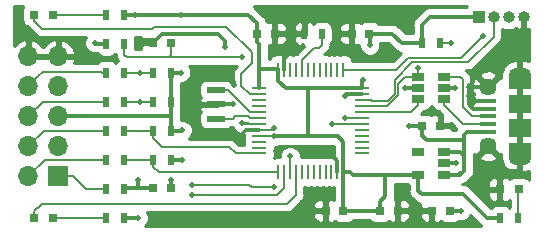
<source format=gbr>
G04 #@! TF.GenerationSoftware,KiCad,Pcbnew,(5.0-dev-4069-g322ce84fb)*
G04 #@! TF.CreationDate,2018-04-09T14:07:30+08:00*
G04 #@! TF.ProjectId,ZZQDap,5A5A514461702E6B696361645F706362,rev?*
G04 #@! TF.SameCoordinates,Original*
G04 #@! TF.FileFunction,Copper,L1,Top,Signal*
G04 #@! TF.FilePolarity,Positive*
%FSLAX46Y46*%
G04 Gerber Fmt 4.6, Leading zero omitted, Abs format (unit mm)*
G04 Created by KiCad (PCBNEW (5.0-dev-4069-g322ce84fb)) date 04/09/18 14:07:30*
%MOMM*%
%LPD*%
G01*
G04 APERTURE LIST*
%ADD10R,0.800000X0.750000*%
%ADD11R,0.800000X0.800000*%
%ADD12R,1.900000X1.200000*%
%ADD13O,1.900000X1.200000*%
%ADD14R,1.900000X1.500000*%
%ADD15C,1.450000*%
%ADD16R,1.350000X0.400000*%
%ADD17O,1.700000X1.700000*%
%ADD18R,1.700000X1.700000*%
%ADD19O,1.000000X1.000000*%
%ADD20R,1.000000X1.000000*%
%ADD21R,0.500000X0.900000*%
%ADD22R,1.060000X0.650000*%
%ADD23R,0.250000X1.300000*%
%ADD24R,1.300000X0.250000*%
%ADD25R,1.600000X0.500000*%
%ADD26C,0.500000*%
%ADD27C,0.380000*%
%ADD28C,0.300000*%
%ADD29C,0.350000*%
%ADD30C,0.152000*%
%ADD31C,0.200000*%
%ADD32C,0.254000*%
G04 APERTURE END LIST*
D10*
X136050000Y-118000000D03*
X137550000Y-118000000D03*
X133150000Y-118000000D03*
X131650000Y-118000000D03*
X135250000Y-110800000D03*
X136750000Y-110800000D03*
X113950000Y-103800000D03*
X112450000Y-103800000D03*
X130750000Y-103000000D03*
X129250000Y-103000000D03*
X122750000Y-103000000D03*
X121250000Y-103000000D03*
X112450000Y-116077852D03*
X113950000Y-116077852D03*
X127050000Y-118000000D03*
X128550000Y-118000000D03*
D11*
X102400000Y-101400000D03*
X104000000Y-101400000D03*
X104000000Y-118600000D03*
X102400000Y-118600000D03*
X141800000Y-116200000D03*
X143400000Y-116200000D03*
D12*
X143500000Y-112900000D03*
X143500000Y-107100000D03*
D13*
X143500000Y-106500000D03*
X143500000Y-113500000D03*
D14*
X143500000Y-111000000D03*
D15*
X140800000Y-107500000D03*
D16*
X140800000Y-110000000D03*
X140800000Y-109350000D03*
X140800000Y-108700000D03*
X140800000Y-111300000D03*
X140800000Y-110650000D03*
D15*
X140800000Y-112500000D03*
D14*
X143500000Y-109000000D03*
D17*
X101860000Y-104920000D03*
X104400000Y-104920000D03*
X101860000Y-107460000D03*
X104400000Y-107460000D03*
X101860000Y-110000000D03*
X104400000Y-110000000D03*
X101860000Y-112540000D03*
X104400000Y-112540000D03*
X101860000Y-115080000D03*
D18*
X104400000Y-115080000D03*
D19*
X143810000Y-101600000D03*
X142540000Y-101600000D03*
X141270000Y-101600000D03*
D20*
X140000000Y-101600000D03*
D21*
X108500000Y-116142852D03*
X110000000Y-116142852D03*
X110000000Y-101400000D03*
X108500000Y-101400000D03*
X108500000Y-118600000D03*
X110000000Y-118600000D03*
X141850000Y-118600000D03*
X143350000Y-118600000D03*
X110000000Y-113685710D03*
X108500000Y-113685710D03*
X110000000Y-111228568D03*
X108500000Y-111228568D03*
X108500000Y-108771426D03*
X110000000Y-108771426D03*
X110000000Y-106314284D03*
X108500000Y-106314284D03*
X112450000Y-113685710D03*
X113950000Y-113685710D03*
X113950000Y-111228568D03*
X112450000Y-111228568D03*
X112450000Y-108771426D03*
X113950000Y-108771426D03*
X113950000Y-106314284D03*
X112450000Y-106314284D03*
X136750000Y-103800000D03*
X135250000Y-103800000D03*
X108500000Y-103857142D03*
X110000000Y-103857142D03*
X125250000Y-103000000D03*
X126750000Y-103000000D03*
D22*
X134900000Y-114950000D03*
X134900000Y-113050000D03*
X137100000Y-113050000D03*
X137100000Y-114000000D03*
X137100000Y-114950000D03*
X134900000Y-107600000D03*
X134900000Y-108550000D03*
X134900000Y-106650000D03*
X137100000Y-106650000D03*
X137100000Y-107600000D03*
X137100000Y-108550000D03*
D23*
X123050000Y-106050000D03*
X123550000Y-106050000D03*
X124050000Y-106050000D03*
X124550000Y-106050000D03*
X125050000Y-106050000D03*
X125550000Y-106050000D03*
X126050000Y-106050000D03*
X126550000Y-106050000D03*
X127050000Y-106050000D03*
X127550000Y-106050000D03*
X128050000Y-106050000D03*
X128550000Y-106050000D03*
D24*
X130150000Y-107650000D03*
X130150000Y-108150000D03*
X130150000Y-108650000D03*
X130150000Y-109150000D03*
X130150000Y-109650000D03*
X130150000Y-110150000D03*
X130150000Y-110650000D03*
X130150000Y-111150000D03*
X130150000Y-111650000D03*
X130150000Y-112150000D03*
X130150000Y-112650000D03*
X130150000Y-113150000D03*
D23*
X128550000Y-114750000D03*
X128050000Y-114750000D03*
X127550000Y-114750000D03*
X127050000Y-114750000D03*
X126550000Y-114750000D03*
X126050000Y-114750000D03*
X125550000Y-114750000D03*
X125050000Y-114750000D03*
X124550000Y-114750000D03*
X124050000Y-114750000D03*
X123550000Y-114750000D03*
X123050000Y-114750000D03*
D24*
X121450000Y-113150000D03*
X121450000Y-112650000D03*
X121450000Y-112150000D03*
X121450000Y-111650000D03*
X121450000Y-111150000D03*
X121450000Y-110650000D03*
X121450000Y-110150000D03*
X121450000Y-109650000D03*
X121450000Y-109150000D03*
X121450000Y-108650000D03*
X121450000Y-108150000D03*
X121450000Y-107650000D03*
D25*
X117800000Y-110200000D03*
X117800000Y-109000000D03*
X117800000Y-107800000D03*
D26*
X118500000Y-104100000D03*
X126000000Y-118000000D03*
X124000000Y-104600000D03*
X128700000Y-108250010D03*
X130800000Y-104000000D03*
X130200000Y-106900000D03*
X127100000Y-113400000D03*
X114000000Y-115400000D03*
X114800000Y-101400000D03*
X114800000Y-106300000D03*
X111400000Y-103800000D03*
X127600000Y-110650000D03*
X128700000Y-110150000D03*
X119300000Y-107400000D03*
X107500000Y-103800000D03*
X110900000Y-101400000D03*
X111302389Y-106340010D03*
X122700000Y-116000000D03*
X115700000Y-116700000D03*
X115700000Y-115800000D03*
X114900000Y-113700000D03*
X114900000Y-111200000D03*
X124050000Y-113400000D03*
X111300000Y-108800000D03*
X138400000Y-114900000D03*
X138500000Y-118000000D03*
X139200000Y-108300000D03*
X139200000Y-107500000D03*
X137700000Y-103800000D03*
X134900000Y-105900000D03*
X140400000Y-103200000D03*
X134100000Y-110800000D03*
X137800000Y-110800000D03*
X122700000Y-111700000D03*
X122700000Y-111000000D03*
X119200000Y-109000000D03*
X120000000Y-105000000D03*
X120000000Y-110600000D03*
X138100000Y-114000000D03*
X138047979Y-107600000D03*
X111200000Y-118600000D03*
X111200000Y-115400000D03*
X133800000Y-107600000D03*
D27*
X118500000Y-103600000D02*
X118500000Y-104000000D01*
X117934999Y-103034999D02*
X118500000Y-103600000D01*
X112722997Y-103550001D02*
X113237999Y-103034999D01*
X113237999Y-103034999D02*
X117934999Y-103034999D01*
X111400000Y-103800000D02*
X111649999Y-103550001D01*
X111649999Y-103550001D02*
X112722997Y-103550001D01*
D28*
X127050000Y-118000000D02*
X126000000Y-118000000D01*
X125600000Y-108800000D02*
X125600000Y-111700000D01*
X125600000Y-108500000D02*
X125600000Y-108800000D01*
X123700000Y-107650000D02*
X125600000Y-107650000D01*
X125600000Y-107650000D02*
X126600000Y-107650000D01*
X125600000Y-108800000D02*
X125600000Y-107650000D01*
X126600000Y-107650000D02*
X126450000Y-107650000D01*
X130150000Y-107650000D02*
X126600000Y-107650000D01*
X123050000Y-106050000D02*
X123050000Y-107000000D01*
X123050000Y-107000000D02*
X123700000Y-107650000D01*
X125600000Y-111700000D02*
X122700000Y-111700000D01*
X128100000Y-111700000D02*
X125600000Y-111700000D01*
X128550000Y-112150000D02*
X128100000Y-111700000D01*
X128550000Y-114750000D02*
X128550000Y-112150000D01*
X130800000Y-104000000D02*
X130800000Y-103050000D01*
X130800000Y-103050000D02*
X130750000Y-103000000D01*
X130150000Y-107650000D02*
X130150000Y-106950000D01*
X130150000Y-106950000D02*
X130200000Y-106900000D01*
X130150000Y-108150000D02*
X128750000Y-108150000D01*
D27*
X129250000Y-103000000D02*
X129250000Y-102245000D01*
X129250000Y-102245000D02*
X128805000Y-101800000D01*
X128805000Y-101800000D02*
X125620000Y-101800000D01*
X125620000Y-101800000D02*
X125250000Y-102170000D01*
X125250000Y-102170000D02*
X125250000Y-103000000D01*
D28*
X127650000Y-113400000D02*
X127200000Y-113400000D01*
X128050000Y-114750000D02*
X128050000Y-113800000D01*
X128050000Y-113800000D02*
X127650000Y-113400000D01*
D27*
X113950000Y-116077852D02*
X113950000Y-115450000D01*
X113950000Y-115450000D02*
X114000000Y-115400000D01*
D29*
X132100000Y-114950000D02*
X129350000Y-114950000D01*
X134900000Y-114950000D02*
X132100000Y-114950000D01*
D27*
X131650000Y-118000000D02*
X131650000Y-117245000D01*
X131650000Y-117245000D02*
X132100000Y-116795000D01*
X132100000Y-116795000D02*
X132100000Y-114950000D01*
X131650000Y-118000000D02*
X128550000Y-118000000D01*
D28*
X116300000Y-101400000D02*
X114900000Y-101400000D01*
X120500000Y-101400000D02*
X116300000Y-101400000D01*
X114800000Y-101400000D02*
X116300000Y-101400000D01*
X114900000Y-101400000D02*
X110900000Y-101400000D01*
X113950000Y-106314284D02*
X114785716Y-106314284D01*
X114785716Y-106314284D02*
X114800000Y-106300000D01*
X112450000Y-103800000D02*
X111400000Y-103800000D01*
D30*
X112506973Y-102433989D02*
X118633989Y-102433989D01*
X118633989Y-102433989D02*
X120800000Y-104600000D01*
X120800000Y-105500000D02*
X119900000Y-106400000D01*
X120648000Y-108150000D02*
X121450000Y-108150000D01*
X119900000Y-106400000D02*
X119900000Y-107402000D01*
X102400000Y-101400000D02*
X102400000Y-101952000D01*
X119900000Y-107402000D02*
X120648000Y-108150000D01*
X103048000Y-102600000D02*
X112340962Y-102600000D01*
X120800000Y-104600000D02*
X120800000Y-105500000D01*
X112340962Y-102600000D02*
X112506973Y-102433989D01*
X102400000Y-101952000D02*
X103048000Y-102600000D01*
X130150000Y-110650000D02*
X129348000Y-110650000D01*
X129348000Y-110650000D02*
X127600000Y-110650000D01*
X130150000Y-110150000D02*
X128700000Y-110150000D01*
D28*
X119300000Y-107100000D02*
X119300000Y-107400000D01*
X119100000Y-106900000D02*
X119300000Y-107100000D01*
X116600000Y-106900000D02*
X119100000Y-106900000D01*
X116300000Y-107200000D02*
X116600000Y-106900000D01*
X116300000Y-109000000D02*
X116300000Y-107200000D01*
X116300000Y-109000000D02*
X116300000Y-111200000D01*
X117800000Y-109000000D02*
X116300000Y-109000000D01*
X116300000Y-111200000D02*
X116700000Y-111600000D01*
X116700000Y-111600000D02*
X119900000Y-111600000D01*
X119900000Y-111600000D02*
X120350000Y-111150000D01*
X120350000Y-111150000D02*
X121450000Y-111150000D01*
D27*
X124000000Y-103000000D02*
X125250000Y-103000000D01*
X122750000Y-103000000D02*
X124000000Y-103000000D01*
D28*
X124000000Y-104650000D02*
X124000000Y-103000000D01*
X123550000Y-106050000D02*
X123550000Y-105100000D01*
X123550000Y-105100000D02*
X124000000Y-104650000D01*
D27*
X120500000Y-101400000D02*
X121250000Y-102150000D01*
X121250000Y-102150000D02*
X121250000Y-103000000D01*
X121400000Y-106000000D02*
X121400000Y-107600000D01*
X121400000Y-103905000D02*
X121400000Y-106000000D01*
X121400000Y-106000000D02*
X123000000Y-106000000D01*
X121250000Y-103000000D02*
X121250000Y-103755000D01*
X121250000Y-103755000D02*
X121400000Y-103905000D01*
X108500000Y-103857142D02*
X107557142Y-103857142D01*
X107557142Y-103857142D02*
X107500000Y-103800000D01*
X110000000Y-101400000D02*
X110900000Y-101400000D01*
X113950000Y-109900000D02*
X113950000Y-111228568D01*
X113950000Y-108771426D02*
X113950000Y-109900000D01*
X113950000Y-109900000D02*
X113850000Y-110000000D01*
X113850000Y-110000000D02*
X104400000Y-110000000D01*
D30*
X110000000Y-106314284D02*
X111276663Y-106314284D01*
X111276663Y-106314284D02*
X111302389Y-106340010D01*
X112450000Y-106314284D02*
X111328115Y-106314284D01*
X111328115Y-106314284D02*
X111302389Y-106340010D01*
X121800000Y-116000000D02*
X122200000Y-116000000D01*
X120800000Y-116000000D02*
X121800000Y-116000000D01*
X122700000Y-116000000D02*
X121800000Y-116000000D01*
X115700000Y-116700000D02*
X122600000Y-116700000D01*
X123500000Y-116100000D02*
X122900000Y-116700000D01*
X122900000Y-116700000D02*
X122600000Y-116700000D01*
X123500000Y-115602000D02*
X123500000Y-116100000D01*
X123550000Y-114750000D02*
X123550000Y-115552000D01*
X123550000Y-115552000D02*
X123500000Y-115602000D01*
X120600000Y-115800000D02*
X120800000Y-116000000D01*
X115700000Y-115800000D02*
X120600000Y-115800000D01*
D27*
X114900000Y-113700000D02*
X113964290Y-113700000D01*
X113964290Y-113700000D02*
X113950000Y-113685710D01*
X113950000Y-111228568D02*
X114871432Y-111228568D01*
X114871432Y-111228568D02*
X114900000Y-111200000D01*
X113950000Y-106314284D02*
X113950000Y-108771426D01*
D30*
X124050000Y-114750000D02*
X124050000Y-113400000D01*
X111300000Y-108800000D02*
X110028574Y-108800000D01*
X110028574Y-108800000D02*
X110000000Y-108771426D01*
X111300000Y-108800000D02*
X112421426Y-108800000D01*
X112421426Y-108800000D02*
X112450000Y-108771426D01*
D27*
X143500000Y-112900000D02*
X143500000Y-107100000D01*
X142620000Y-114600000D02*
X143380000Y-114600000D01*
X143380000Y-114600000D02*
X143500000Y-114480000D01*
X143500000Y-114480000D02*
X143500000Y-113500000D01*
X141800000Y-116200000D02*
X141800000Y-115420000D01*
X141800000Y-115420000D02*
X142620000Y-114600000D01*
X135200000Y-116600000D02*
X134900000Y-116300000D01*
X134900000Y-116300000D02*
X134900000Y-114950000D01*
X138700000Y-116600000D02*
X135200000Y-116600000D01*
X140700000Y-118600000D02*
X138700000Y-116600000D01*
X141850000Y-118600000D02*
X140700000Y-118600000D01*
D28*
X128550000Y-114750000D02*
X128975000Y-114750000D01*
X128975000Y-114750000D02*
X129150000Y-114750000D01*
D27*
X133500000Y-103800000D02*
X132700000Y-103000000D01*
X132700000Y-103000000D02*
X130750000Y-103000000D01*
X135250000Y-103800000D02*
X133500000Y-103800000D01*
D30*
X103048000Y-117400000D02*
X123800000Y-117400000D01*
X102400000Y-118048000D02*
X103048000Y-117400000D01*
X123800000Y-117400000D02*
X124550000Y-116650000D01*
X124550000Y-116650000D02*
X124550000Y-114750000D01*
X134000000Y-105100000D02*
X138200000Y-105100000D01*
X140400000Y-103200000D02*
X138500000Y-105100000D01*
X138500000Y-105100000D02*
X138200000Y-105100000D01*
X123050000Y-114750000D02*
X112912290Y-114750000D01*
X112912290Y-114750000D02*
X112450000Y-114287710D01*
X112450000Y-114287710D02*
X112450000Y-113685710D01*
X118900000Y-112600000D02*
X119450000Y-113150000D01*
X119450000Y-113150000D02*
X121450000Y-113150000D01*
X113219432Y-112600000D02*
X118900000Y-112600000D01*
X112450000Y-111228568D02*
X112450000Y-111830568D01*
X112450000Y-111830568D02*
X113219432Y-112600000D01*
X136750000Y-103800000D02*
X137700000Y-103800000D01*
X134900000Y-106650000D02*
X134900000Y-105900000D01*
D27*
X135900000Y-101600000D02*
X135250000Y-102250000D01*
X140000000Y-101600000D02*
X135900000Y-101600000D01*
X135250000Y-102250000D02*
X135250000Y-103800000D01*
X135250000Y-110800000D02*
X134100000Y-110800000D01*
X136750000Y-110800000D02*
X137800000Y-110800000D01*
X135600000Y-112000000D02*
X135250000Y-111650000D01*
X135250000Y-111650000D02*
X135250000Y-110800000D01*
X138800000Y-112000000D02*
X138800000Y-111555000D01*
X138800000Y-113400000D02*
X138800000Y-112000000D01*
X138800000Y-112000000D02*
X135600000Y-112000000D01*
X138400000Y-118000000D02*
X137550000Y-118000000D01*
D29*
X129350000Y-114950000D02*
X129150000Y-114750000D01*
D28*
X128550000Y-114750000D02*
X128550000Y-115700000D01*
X128550000Y-115700000D02*
X128550000Y-118000000D01*
D31*
X122700000Y-111650000D02*
X121500000Y-111650000D01*
X121500000Y-111600000D02*
X121450000Y-111650000D01*
X122700000Y-111000000D02*
X122550000Y-111150000D01*
X122550000Y-111150000D02*
X121450000Y-111150000D01*
D27*
X117800000Y-109000000D02*
X119197542Y-109000000D01*
X119197542Y-109000000D02*
X119198771Y-109001229D01*
D30*
X118200000Y-105000000D02*
X119200000Y-105000000D01*
X113400000Y-105000000D02*
X118200000Y-105000000D01*
X120000000Y-105000000D02*
X118200000Y-105000000D01*
X120550000Y-110650000D02*
X121400000Y-110650000D01*
X120000000Y-110650000D02*
X120550000Y-110650000D01*
X120000000Y-110600000D02*
X120500000Y-110600000D01*
X120500000Y-110600000D02*
X120550000Y-110650000D01*
X121400000Y-110600000D02*
X121448999Y-110648999D01*
X120000000Y-110600000D02*
X120400000Y-110600000D01*
X113400000Y-105000000D02*
X113800000Y-105000000D01*
X110200000Y-105000000D02*
X113400000Y-105000000D01*
D27*
X137100000Y-114000000D02*
X138119990Y-114000000D01*
D28*
X139200000Y-107600000D02*
X139200000Y-107400000D01*
X140800000Y-107500000D02*
X139300000Y-107500000D01*
X139300000Y-107500000D02*
X139200000Y-107400000D01*
X139200000Y-109000000D02*
X139200000Y-107600000D01*
X140800000Y-108700000D02*
X139825000Y-108700000D01*
X139825000Y-108700000D02*
X139200000Y-108075000D01*
X139200000Y-108075000D02*
X139200000Y-107600000D01*
X140800000Y-109350000D02*
X139550000Y-109350000D01*
X139550000Y-109350000D02*
X139200000Y-109000000D01*
D27*
X137100000Y-107600000D02*
X138047979Y-107600000D01*
X104400000Y-104920000D02*
X101860000Y-104920000D01*
X138800000Y-111555000D02*
X139055000Y-111300000D01*
X138800000Y-114600000D02*
X138450000Y-114950000D01*
X138450000Y-114950000D02*
X137100000Y-114950000D01*
X138800000Y-113400000D02*
X138800000Y-114600000D01*
X138450000Y-113050000D02*
X138800000Y-113400000D01*
X137100000Y-113050000D02*
X138450000Y-113050000D01*
D28*
X140800000Y-111300000D02*
X139055000Y-111300000D01*
D27*
X137100000Y-113050000D02*
X137305000Y-113050000D01*
X139055000Y-111300000D02*
X139692998Y-111300000D01*
X111200000Y-118600000D02*
X110000000Y-118600000D01*
X111200000Y-116077852D02*
X110065000Y-116077852D01*
X112450000Y-116077852D02*
X111200000Y-116077852D01*
X111200000Y-115400000D02*
X111200000Y-115753553D01*
X111200000Y-115753553D02*
X111200000Y-116077852D01*
X134900000Y-107600000D02*
X133800000Y-107600000D01*
X110065000Y-116077852D02*
X110000000Y-116142852D01*
D30*
X110000000Y-104800000D02*
X110200000Y-105000000D01*
X110000000Y-103857142D02*
X110000000Y-104800000D01*
X113800000Y-105000000D02*
X113950000Y-104850000D01*
X113950000Y-104850000D02*
X113950000Y-103800000D01*
X108500000Y-101400000D02*
X104000000Y-101400000D01*
X108500000Y-118600000D02*
X108098000Y-118600000D01*
X108098000Y-118600000D02*
X104000000Y-118600000D01*
X102400000Y-118600000D02*
X102400000Y-118048000D01*
X102400000Y-118048000D02*
X102848000Y-117600000D01*
X143350000Y-118600000D02*
X143350000Y-116250000D01*
X143350000Y-116250000D02*
X143400000Y-116200000D01*
X138673989Y-109217880D02*
X138673989Y-106873989D01*
X138673989Y-106873989D02*
X138450000Y-106650000D01*
X137782000Y-106650000D02*
X137100000Y-106650000D01*
X138450000Y-106650000D02*
X137782000Y-106650000D01*
X139456109Y-110000000D02*
X138673989Y-109217880D01*
X140800000Y-110000000D02*
X139456109Y-110000000D01*
X140800000Y-110650000D02*
X138723000Y-110650000D01*
X138723000Y-110650000D02*
X137100000Y-109027000D01*
X137100000Y-109027000D02*
X137100000Y-108550000D01*
X108500000Y-106314284D02*
X108098000Y-106314284D01*
X108098000Y-106314284D02*
X108017715Y-106233999D01*
X108017715Y-106233999D02*
X103086001Y-106233999D01*
X103086001Y-106233999D02*
X102709999Y-106610001D01*
X102709999Y-106610001D02*
X101860000Y-107460000D01*
X108500000Y-108771426D02*
X103088574Y-108771426D01*
X103088574Y-108771426D02*
X101860000Y-110000000D01*
X108500000Y-111228568D02*
X103171432Y-111228568D01*
X103171432Y-111228568D02*
X101860000Y-112540000D01*
X108500000Y-113685710D02*
X103254290Y-113685710D01*
X103254290Y-113685710D02*
X101860000Y-115080000D01*
X106742852Y-116142852D02*
X105680000Y-115080000D01*
X105680000Y-115080000D02*
X104400000Y-115080000D01*
X108500000Y-116142852D02*
X106742852Y-116142852D01*
X133050000Y-106050000D02*
X134000000Y-105100000D01*
X128550000Y-106050000D02*
X133050000Y-106050000D01*
X132300000Y-108700000D02*
X132900000Y-108100000D01*
X132900000Y-108100000D02*
X132900000Y-106900000D01*
X132900000Y-106900000D02*
X134395989Y-105404011D01*
X139125926Y-105404010D02*
X141270000Y-103259936D01*
X141270000Y-102307106D02*
X141270000Y-101600000D01*
X134395989Y-105404011D02*
X139125926Y-105404010D01*
X131002000Y-108700000D02*
X132300000Y-108700000D01*
X130952000Y-108650000D02*
X131002000Y-108700000D01*
X130150000Y-108650000D02*
X130952000Y-108650000D01*
X141270000Y-103259936D02*
X141270000Y-102307106D01*
X112450000Y-113685710D02*
X112048000Y-113685710D01*
X112048000Y-113685710D02*
X110000000Y-113685710D01*
X112450000Y-111228568D02*
X110000000Y-111228568D01*
X130150000Y-109150000D02*
X132279936Y-109150000D01*
X132279936Y-109150000D02*
X133204011Y-108225925D01*
X133204011Y-108225925D02*
X133204011Y-107245989D01*
X133204011Y-107245989D02*
X133800000Y-106650000D01*
X134218000Y-106650000D02*
X134900000Y-106650000D01*
X133800000Y-106650000D02*
X134218000Y-106650000D01*
X126500000Y-104200000D02*
X126750000Y-103950000D01*
X126750000Y-103950000D02*
X126750000Y-103000000D01*
X126098000Y-104200000D02*
X126500000Y-104200000D01*
X125050000Y-106050000D02*
X125050000Y-105248000D01*
X125050000Y-105248000D02*
X126098000Y-104200000D01*
X130150000Y-109650000D02*
X134277000Y-109650000D01*
X134277000Y-109650000D02*
X134900000Y-109027000D01*
X134900000Y-109027000D02*
X134900000Y-108550000D01*
X119400000Y-110000000D02*
X119200000Y-110200000D01*
X119200000Y-110200000D02*
X117800000Y-110200000D01*
X120498000Y-110000000D02*
X119400000Y-110000000D01*
X121450000Y-110150000D02*
X120648000Y-110150000D01*
X120648000Y-110150000D02*
X120498000Y-110000000D01*
X120648000Y-109650000D02*
X118798000Y-107800000D01*
X121450000Y-109650000D02*
X120648000Y-109650000D01*
X118798000Y-107800000D02*
X117800000Y-107800000D01*
D32*
G36*
X134075000Y-115841596D02*
X134075000Y-116218752D01*
X134058839Y-116300000D01*
X134075000Y-116381247D01*
X134075000Y-116381250D01*
X134122868Y-116621898D01*
X134305209Y-116894791D01*
X134374092Y-116940817D01*
X134559184Y-117125909D01*
X134605209Y-117194791D01*
X134878101Y-117377132D01*
X135051097Y-117411543D01*
X135015000Y-117498690D01*
X135015000Y-117714250D01*
X135173750Y-117873000D01*
X135923000Y-117873000D01*
X135923000Y-117853000D01*
X136177000Y-117853000D01*
X136177000Y-117873000D01*
X136197000Y-117873000D01*
X136197000Y-118127000D01*
X136177000Y-118127000D01*
X136177000Y-118851250D01*
X136335750Y-119010000D01*
X136576309Y-119010000D01*
X136809698Y-118913327D01*
X136810898Y-118912127D01*
X136902235Y-118973157D01*
X137150000Y-119022440D01*
X137950000Y-119022440D01*
X138197765Y-118973157D01*
X138329700Y-118885000D01*
X138676037Y-118885000D01*
X139001312Y-118750267D01*
X139250267Y-118501312D01*
X139304253Y-118370979D01*
X140059186Y-119125913D01*
X140105209Y-119194791D01*
X140174087Y-119240814D01*
X140174089Y-119240816D01*
X140247698Y-119290000D01*
X111761579Y-119290000D01*
X111950267Y-119101312D01*
X112085000Y-118776037D01*
X112085000Y-118423963D01*
X112027751Y-118285750D01*
X126015000Y-118285750D01*
X126015000Y-118501310D01*
X126111673Y-118734699D01*
X126290302Y-118913327D01*
X126523691Y-119010000D01*
X126764250Y-119010000D01*
X126923000Y-118851250D01*
X126923000Y-118127000D01*
X126173750Y-118127000D01*
X126015000Y-118285750D01*
X112027751Y-118285750D01*
X111955367Y-118111000D01*
X123729979Y-118111000D01*
X123800000Y-118124928D01*
X123870021Y-118111000D01*
X123870026Y-118111000D01*
X124077418Y-118069747D01*
X124312602Y-117912602D01*
X124352269Y-117853236D01*
X124706815Y-117498690D01*
X126015000Y-117498690D01*
X126015000Y-117714250D01*
X126173750Y-117873000D01*
X126923000Y-117873000D01*
X126923000Y-117148750D01*
X126764250Y-116990000D01*
X126523691Y-116990000D01*
X126290302Y-117086673D01*
X126111673Y-117265301D01*
X126015000Y-117498690D01*
X124706815Y-117498690D01*
X125003240Y-117202266D01*
X125062601Y-117162602D01*
X125102265Y-117103241D01*
X125102268Y-117103238D01*
X125206821Y-116946763D01*
X125219747Y-116927418D01*
X125261000Y-116720026D01*
X125261000Y-116720022D01*
X125274928Y-116650001D01*
X125261000Y-116579980D01*
X125261000Y-116030334D01*
X125300000Y-116022576D01*
X125425000Y-116047440D01*
X125675000Y-116047440D01*
X125800000Y-116022576D01*
X125925000Y-116047440D01*
X126175000Y-116047440D01*
X126300000Y-116022576D01*
X126425000Y-116047440D01*
X126675000Y-116047440D01*
X126800000Y-116022576D01*
X126925000Y-116047440D01*
X127175000Y-116047440D01*
X127300000Y-116022576D01*
X127425000Y-116047440D01*
X127675000Y-116047440D01*
X127765000Y-116029538D01*
X127765001Y-117068159D01*
X127576309Y-116990000D01*
X127335750Y-116990000D01*
X127177000Y-117148750D01*
X127177000Y-117873000D01*
X127197000Y-117873000D01*
X127197000Y-118127000D01*
X127177000Y-118127000D01*
X127177000Y-118851250D01*
X127335750Y-119010000D01*
X127576309Y-119010000D01*
X127809698Y-118913327D01*
X127810898Y-118912127D01*
X127902235Y-118973157D01*
X128150000Y-119022440D01*
X128950000Y-119022440D01*
X129197765Y-118973157D01*
X129407809Y-118832809D01*
X129413027Y-118825000D01*
X130786973Y-118825000D01*
X130792191Y-118832809D01*
X131002235Y-118973157D01*
X131250000Y-119022440D01*
X132050000Y-119022440D01*
X132297765Y-118973157D01*
X132389102Y-118912127D01*
X132390302Y-118913327D01*
X132623691Y-119010000D01*
X132864250Y-119010000D01*
X133023000Y-118851250D01*
X133023000Y-118127000D01*
X133277000Y-118127000D01*
X133277000Y-118851250D01*
X133435750Y-119010000D01*
X133676309Y-119010000D01*
X133909698Y-118913327D01*
X134088327Y-118734699D01*
X134185000Y-118501310D01*
X134185000Y-118285750D01*
X135015000Y-118285750D01*
X135015000Y-118501310D01*
X135111673Y-118734699D01*
X135290302Y-118913327D01*
X135523691Y-119010000D01*
X135764250Y-119010000D01*
X135923000Y-118851250D01*
X135923000Y-118127000D01*
X135173750Y-118127000D01*
X135015000Y-118285750D01*
X134185000Y-118285750D01*
X134026250Y-118127000D01*
X133277000Y-118127000D01*
X133023000Y-118127000D01*
X133003000Y-118127000D01*
X133003000Y-117873000D01*
X133023000Y-117873000D01*
X133023000Y-117148750D01*
X133277000Y-117148750D01*
X133277000Y-117873000D01*
X134026250Y-117873000D01*
X134185000Y-117714250D01*
X134185000Y-117498690D01*
X134088327Y-117265301D01*
X133909698Y-117086673D01*
X133676309Y-116990000D01*
X133435750Y-116990000D01*
X133277000Y-117148750D01*
X133023000Y-117148750D01*
X132896049Y-117021799D01*
X132925000Y-116876251D01*
X132925000Y-116876248D01*
X132941161Y-116795001D01*
X132925000Y-116713753D01*
X132925000Y-115760000D01*
X133952885Y-115760000D01*
X134075000Y-115841596D01*
X134075000Y-115841596D01*
G37*
X134075000Y-115841596D02*
X134075000Y-116218752D01*
X134058839Y-116300000D01*
X134075000Y-116381247D01*
X134075000Y-116381250D01*
X134122868Y-116621898D01*
X134305209Y-116894791D01*
X134374092Y-116940817D01*
X134559184Y-117125909D01*
X134605209Y-117194791D01*
X134878101Y-117377132D01*
X135051097Y-117411543D01*
X135015000Y-117498690D01*
X135015000Y-117714250D01*
X135173750Y-117873000D01*
X135923000Y-117873000D01*
X135923000Y-117853000D01*
X136177000Y-117853000D01*
X136177000Y-117873000D01*
X136197000Y-117873000D01*
X136197000Y-118127000D01*
X136177000Y-118127000D01*
X136177000Y-118851250D01*
X136335750Y-119010000D01*
X136576309Y-119010000D01*
X136809698Y-118913327D01*
X136810898Y-118912127D01*
X136902235Y-118973157D01*
X137150000Y-119022440D01*
X137950000Y-119022440D01*
X138197765Y-118973157D01*
X138329700Y-118885000D01*
X138676037Y-118885000D01*
X139001312Y-118750267D01*
X139250267Y-118501312D01*
X139304253Y-118370979D01*
X140059186Y-119125913D01*
X140105209Y-119194791D01*
X140174087Y-119240814D01*
X140174089Y-119240816D01*
X140247698Y-119290000D01*
X111761579Y-119290000D01*
X111950267Y-119101312D01*
X112085000Y-118776037D01*
X112085000Y-118423963D01*
X112027751Y-118285750D01*
X126015000Y-118285750D01*
X126015000Y-118501310D01*
X126111673Y-118734699D01*
X126290302Y-118913327D01*
X126523691Y-119010000D01*
X126764250Y-119010000D01*
X126923000Y-118851250D01*
X126923000Y-118127000D01*
X126173750Y-118127000D01*
X126015000Y-118285750D01*
X112027751Y-118285750D01*
X111955367Y-118111000D01*
X123729979Y-118111000D01*
X123800000Y-118124928D01*
X123870021Y-118111000D01*
X123870026Y-118111000D01*
X124077418Y-118069747D01*
X124312602Y-117912602D01*
X124352269Y-117853236D01*
X124706815Y-117498690D01*
X126015000Y-117498690D01*
X126015000Y-117714250D01*
X126173750Y-117873000D01*
X126923000Y-117873000D01*
X126923000Y-117148750D01*
X126764250Y-116990000D01*
X126523691Y-116990000D01*
X126290302Y-117086673D01*
X126111673Y-117265301D01*
X126015000Y-117498690D01*
X124706815Y-117498690D01*
X125003240Y-117202266D01*
X125062601Y-117162602D01*
X125102265Y-117103241D01*
X125102268Y-117103238D01*
X125206821Y-116946763D01*
X125219747Y-116927418D01*
X125261000Y-116720026D01*
X125261000Y-116720022D01*
X125274928Y-116650001D01*
X125261000Y-116579980D01*
X125261000Y-116030334D01*
X125300000Y-116022576D01*
X125425000Y-116047440D01*
X125675000Y-116047440D01*
X125800000Y-116022576D01*
X125925000Y-116047440D01*
X126175000Y-116047440D01*
X126300000Y-116022576D01*
X126425000Y-116047440D01*
X126675000Y-116047440D01*
X126800000Y-116022576D01*
X126925000Y-116047440D01*
X127175000Y-116047440D01*
X127300000Y-116022576D01*
X127425000Y-116047440D01*
X127675000Y-116047440D01*
X127765000Y-116029538D01*
X127765001Y-117068159D01*
X127576309Y-116990000D01*
X127335750Y-116990000D01*
X127177000Y-117148750D01*
X127177000Y-117873000D01*
X127197000Y-117873000D01*
X127197000Y-118127000D01*
X127177000Y-118127000D01*
X127177000Y-118851250D01*
X127335750Y-119010000D01*
X127576309Y-119010000D01*
X127809698Y-118913327D01*
X127810898Y-118912127D01*
X127902235Y-118973157D01*
X128150000Y-119022440D01*
X128950000Y-119022440D01*
X129197765Y-118973157D01*
X129407809Y-118832809D01*
X129413027Y-118825000D01*
X130786973Y-118825000D01*
X130792191Y-118832809D01*
X131002235Y-118973157D01*
X131250000Y-119022440D01*
X132050000Y-119022440D01*
X132297765Y-118973157D01*
X132389102Y-118912127D01*
X132390302Y-118913327D01*
X132623691Y-119010000D01*
X132864250Y-119010000D01*
X133023000Y-118851250D01*
X133023000Y-118127000D01*
X133277000Y-118127000D01*
X133277000Y-118851250D01*
X133435750Y-119010000D01*
X133676309Y-119010000D01*
X133909698Y-118913327D01*
X134088327Y-118734699D01*
X134185000Y-118501310D01*
X134185000Y-118285750D01*
X135015000Y-118285750D01*
X135015000Y-118501310D01*
X135111673Y-118734699D01*
X135290302Y-118913327D01*
X135523691Y-119010000D01*
X135764250Y-119010000D01*
X135923000Y-118851250D01*
X135923000Y-118127000D01*
X135173750Y-118127000D01*
X135015000Y-118285750D01*
X134185000Y-118285750D01*
X134026250Y-118127000D01*
X133277000Y-118127000D01*
X133023000Y-118127000D01*
X133003000Y-118127000D01*
X133003000Y-117873000D01*
X133023000Y-117873000D01*
X133023000Y-117148750D01*
X133277000Y-117148750D01*
X133277000Y-117873000D01*
X134026250Y-117873000D01*
X134185000Y-117714250D01*
X134185000Y-117498690D01*
X134088327Y-117265301D01*
X133909698Y-117086673D01*
X133676309Y-116990000D01*
X133435750Y-116990000D01*
X133277000Y-117148750D01*
X133023000Y-117148750D01*
X132896049Y-117021799D01*
X132925000Y-116876251D01*
X132925000Y-116876248D01*
X132941161Y-116795001D01*
X132925000Y-116713753D01*
X132925000Y-115760000D01*
X133952885Y-115760000D01*
X134075000Y-115841596D01*
G36*
X143937000Y-101473000D02*
X143957000Y-101473000D01*
X143957000Y-101727000D01*
X143937000Y-101727000D01*
X143937000Y-102567954D01*
X144111874Y-102694119D01*
X144290000Y-102620346D01*
X144290000Y-105361419D01*
X143977000Y-105265000D01*
X143627000Y-105265000D01*
X143627000Y-108873000D01*
X143647000Y-108873000D01*
X143647000Y-109127000D01*
X143627000Y-109127000D01*
X143627000Y-110873000D01*
X143647000Y-110873000D01*
X143647000Y-111127000D01*
X143627000Y-111127000D01*
X143627000Y-114735000D01*
X143977000Y-114735000D01*
X144290001Y-114638581D01*
X144290001Y-115390369D01*
X144257809Y-115342191D01*
X144047765Y-115201843D01*
X143800000Y-115152560D01*
X143000000Y-115152560D01*
X142752235Y-115201843D01*
X142600953Y-115302927D01*
X142559698Y-115261673D01*
X142326309Y-115165000D01*
X142085750Y-115165000D01*
X141927000Y-115323750D01*
X141927000Y-116073000D01*
X141947000Y-116073000D01*
X141947000Y-116327000D01*
X141927000Y-116327000D01*
X141927000Y-117076250D01*
X142085750Y-117235000D01*
X142326309Y-117235000D01*
X142559698Y-117138327D01*
X142600953Y-117097073D01*
X142639001Y-117122496D01*
X142639000Y-117696966D01*
X142600000Y-117755334D01*
X142557809Y-117692191D01*
X142347765Y-117551843D01*
X142100000Y-117502560D01*
X141600000Y-117502560D01*
X141352235Y-117551843D01*
X141142191Y-117692191D01*
X141086859Y-117775000D01*
X141041727Y-117775000D01*
X139752477Y-116485750D01*
X140765000Y-116485750D01*
X140765000Y-116726310D01*
X140861673Y-116959699D01*
X141040302Y-117138327D01*
X141273691Y-117235000D01*
X141514250Y-117235000D01*
X141673000Y-117076250D01*
X141673000Y-116327000D01*
X140923750Y-116327000D01*
X140765000Y-116485750D01*
X139752477Y-116485750D01*
X139340818Y-116074092D01*
X139294791Y-116005209D01*
X139021899Y-115822868D01*
X138781251Y-115775000D01*
X138781247Y-115775000D01*
X138700000Y-115758839D01*
X138618753Y-115775000D01*
X138600179Y-115775000D01*
X138663861Y-115748622D01*
X138771899Y-115727132D01*
X138851880Y-115673690D01*
X140765000Y-115673690D01*
X140765000Y-115914250D01*
X140923750Y-116073000D01*
X141673000Y-116073000D01*
X141673000Y-115323750D01*
X141514250Y-115165000D01*
X141273691Y-115165000D01*
X141040302Y-115261673D01*
X140861673Y-115440301D01*
X140765000Y-115673690D01*
X138851880Y-115673690D01*
X138863488Y-115665934D01*
X138901312Y-115650267D01*
X138930262Y-115621317D01*
X139044791Y-115544791D01*
X139090818Y-115475907D01*
X139325907Y-115240818D01*
X139394791Y-115194791D01*
X139577132Y-114921899D01*
X139625000Y-114681251D01*
X139625000Y-114681248D01*
X139641161Y-114600000D01*
X139625000Y-114518753D01*
X139625000Y-113481247D01*
X139630539Y-113453398D01*
X140026207Y-113453398D01*
X140091122Y-113691753D01*
X140601146Y-113872312D01*
X141141444Y-113843949D01*
X141508878Y-113691753D01*
X141573793Y-113453398D01*
X140800000Y-112679605D01*
X140026207Y-113453398D01*
X139630539Y-113453398D01*
X139641161Y-113400000D01*
X139625000Y-113318750D01*
X139625000Y-113213441D01*
X139846602Y-113273793D01*
X140620395Y-112500000D01*
X140606253Y-112485858D01*
X140785858Y-112306253D01*
X140800000Y-112320395D01*
X140814143Y-112306253D01*
X140993748Y-112485858D01*
X140979605Y-112500000D01*
X141753398Y-113273793D01*
X141915000Y-113229781D01*
X141915000Y-113626309D01*
X141979625Y-113782328D01*
X141956538Y-113817609D01*
X141960408Y-113855281D01*
X142186920Y-114283474D01*
X142560053Y-114592390D01*
X143023000Y-114735000D01*
X143373000Y-114735000D01*
X143373000Y-111127000D01*
X143353000Y-111127000D01*
X143353000Y-110873000D01*
X143373000Y-110873000D01*
X143373000Y-109127000D01*
X143353000Y-109127000D01*
X143353000Y-108873000D01*
X143373000Y-108873000D01*
X143373000Y-105265000D01*
X143023000Y-105265000D01*
X142560053Y-105407610D01*
X142186920Y-105716526D01*
X141960408Y-106144719D01*
X141956538Y-106182391D01*
X141979625Y-106217672D01*
X141915000Y-106373691D01*
X141915000Y-106770219D01*
X141753398Y-106726207D01*
X140979605Y-107500000D01*
X140993748Y-107514143D01*
X140814143Y-107693748D01*
X140800000Y-107679605D01*
X140785858Y-107693748D01*
X140606253Y-107514143D01*
X140620395Y-107500000D01*
X139846602Y-106726207D01*
X139608247Y-106791122D01*
X139427688Y-107301146D01*
X139456051Y-107841444D01*
X139583257Y-108148548D01*
X139490000Y-108373691D01*
X139490000Y-108441250D01*
X139648750Y-108600000D01*
X139793482Y-108600000D01*
X139765301Y-108611673D01*
X139586673Y-108790302D01*
X139535920Y-108912830D01*
X139490000Y-108958750D01*
X139490000Y-109028386D01*
X139384989Y-108923375D01*
X139384989Y-106944009D01*
X139398917Y-106873988D01*
X139384989Y-106803968D01*
X139384989Y-106803963D01*
X139343736Y-106596571D01*
X139310348Y-106546602D01*
X140026207Y-106546602D01*
X140800000Y-107320395D01*
X141573793Y-106546602D01*
X141508878Y-106308247D01*
X140998854Y-106127688D01*
X140458556Y-106156051D01*
X140091122Y-106308247D01*
X140026207Y-106546602D01*
X139310348Y-106546602D01*
X139186591Y-106361387D01*
X139127225Y-106321720D01*
X139002269Y-106196764D01*
X138962602Y-106137398D01*
X138929095Y-106115009D01*
X139055901Y-106115009D01*
X139125926Y-106128938D01*
X139403344Y-106073756D01*
X139579163Y-105956278D01*
X139579165Y-105956276D01*
X139638528Y-105916611D01*
X139678193Y-105857248D01*
X141723241Y-103812201D01*
X141782601Y-103772538D01*
X141822265Y-103713177D01*
X141822269Y-103713173D01*
X141939747Y-103537355D01*
X141994929Y-103259936D01*
X141981000Y-103189910D01*
X141981000Y-102591540D01*
X142097145Y-102669146D01*
X142428217Y-102735000D01*
X142651783Y-102735000D01*
X142982855Y-102669146D01*
X143186910Y-102532801D01*
X143249791Y-102587127D01*
X143508126Y-102694119D01*
X143683000Y-102567954D01*
X143683000Y-101727000D01*
X143671973Y-101727000D01*
X143697235Y-101600000D01*
X143671973Y-101473000D01*
X143683000Y-101473000D01*
X143683000Y-101453000D01*
X143937000Y-101453000D01*
X143937000Y-101473000D01*
X143937000Y-101473000D01*
G37*
X143937000Y-101473000D02*
X143957000Y-101473000D01*
X143957000Y-101727000D01*
X143937000Y-101727000D01*
X143937000Y-102567954D01*
X144111874Y-102694119D01*
X144290000Y-102620346D01*
X144290000Y-105361419D01*
X143977000Y-105265000D01*
X143627000Y-105265000D01*
X143627000Y-108873000D01*
X143647000Y-108873000D01*
X143647000Y-109127000D01*
X143627000Y-109127000D01*
X143627000Y-110873000D01*
X143647000Y-110873000D01*
X143647000Y-111127000D01*
X143627000Y-111127000D01*
X143627000Y-114735000D01*
X143977000Y-114735000D01*
X144290001Y-114638581D01*
X144290001Y-115390369D01*
X144257809Y-115342191D01*
X144047765Y-115201843D01*
X143800000Y-115152560D01*
X143000000Y-115152560D01*
X142752235Y-115201843D01*
X142600953Y-115302927D01*
X142559698Y-115261673D01*
X142326309Y-115165000D01*
X142085750Y-115165000D01*
X141927000Y-115323750D01*
X141927000Y-116073000D01*
X141947000Y-116073000D01*
X141947000Y-116327000D01*
X141927000Y-116327000D01*
X141927000Y-117076250D01*
X142085750Y-117235000D01*
X142326309Y-117235000D01*
X142559698Y-117138327D01*
X142600953Y-117097073D01*
X142639001Y-117122496D01*
X142639000Y-117696966D01*
X142600000Y-117755334D01*
X142557809Y-117692191D01*
X142347765Y-117551843D01*
X142100000Y-117502560D01*
X141600000Y-117502560D01*
X141352235Y-117551843D01*
X141142191Y-117692191D01*
X141086859Y-117775000D01*
X141041727Y-117775000D01*
X139752477Y-116485750D01*
X140765000Y-116485750D01*
X140765000Y-116726310D01*
X140861673Y-116959699D01*
X141040302Y-117138327D01*
X141273691Y-117235000D01*
X141514250Y-117235000D01*
X141673000Y-117076250D01*
X141673000Y-116327000D01*
X140923750Y-116327000D01*
X140765000Y-116485750D01*
X139752477Y-116485750D01*
X139340818Y-116074092D01*
X139294791Y-116005209D01*
X139021899Y-115822868D01*
X138781251Y-115775000D01*
X138781247Y-115775000D01*
X138700000Y-115758839D01*
X138618753Y-115775000D01*
X138600179Y-115775000D01*
X138663861Y-115748622D01*
X138771899Y-115727132D01*
X138851880Y-115673690D01*
X140765000Y-115673690D01*
X140765000Y-115914250D01*
X140923750Y-116073000D01*
X141673000Y-116073000D01*
X141673000Y-115323750D01*
X141514250Y-115165000D01*
X141273691Y-115165000D01*
X141040302Y-115261673D01*
X140861673Y-115440301D01*
X140765000Y-115673690D01*
X138851880Y-115673690D01*
X138863488Y-115665934D01*
X138901312Y-115650267D01*
X138930262Y-115621317D01*
X139044791Y-115544791D01*
X139090818Y-115475907D01*
X139325907Y-115240818D01*
X139394791Y-115194791D01*
X139577132Y-114921899D01*
X139625000Y-114681251D01*
X139625000Y-114681248D01*
X139641161Y-114600000D01*
X139625000Y-114518753D01*
X139625000Y-113481247D01*
X139630539Y-113453398D01*
X140026207Y-113453398D01*
X140091122Y-113691753D01*
X140601146Y-113872312D01*
X141141444Y-113843949D01*
X141508878Y-113691753D01*
X141573793Y-113453398D01*
X140800000Y-112679605D01*
X140026207Y-113453398D01*
X139630539Y-113453398D01*
X139641161Y-113400000D01*
X139625000Y-113318750D01*
X139625000Y-113213441D01*
X139846602Y-113273793D01*
X140620395Y-112500000D01*
X140606253Y-112485858D01*
X140785858Y-112306253D01*
X140800000Y-112320395D01*
X140814143Y-112306253D01*
X140993748Y-112485858D01*
X140979605Y-112500000D01*
X141753398Y-113273793D01*
X141915000Y-113229781D01*
X141915000Y-113626309D01*
X141979625Y-113782328D01*
X141956538Y-113817609D01*
X141960408Y-113855281D01*
X142186920Y-114283474D01*
X142560053Y-114592390D01*
X143023000Y-114735000D01*
X143373000Y-114735000D01*
X143373000Y-111127000D01*
X143353000Y-111127000D01*
X143353000Y-110873000D01*
X143373000Y-110873000D01*
X143373000Y-109127000D01*
X143353000Y-109127000D01*
X143353000Y-108873000D01*
X143373000Y-108873000D01*
X143373000Y-105265000D01*
X143023000Y-105265000D01*
X142560053Y-105407610D01*
X142186920Y-105716526D01*
X141960408Y-106144719D01*
X141956538Y-106182391D01*
X141979625Y-106217672D01*
X141915000Y-106373691D01*
X141915000Y-106770219D01*
X141753398Y-106726207D01*
X140979605Y-107500000D01*
X140993748Y-107514143D01*
X140814143Y-107693748D01*
X140800000Y-107679605D01*
X140785858Y-107693748D01*
X140606253Y-107514143D01*
X140620395Y-107500000D01*
X139846602Y-106726207D01*
X139608247Y-106791122D01*
X139427688Y-107301146D01*
X139456051Y-107841444D01*
X139583257Y-108148548D01*
X139490000Y-108373691D01*
X139490000Y-108441250D01*
X139648750Y-108600000D01*
X139793482Y-108600000D01*
X139765301Y-108611673D01*
X139586673Y-108790302D01*
X139535920Y-108912830D01*
X139490000Y-108958750D01*
X139490000Y-109028386D01*
X139384989Y-108923375D01*
X139384989Y-106944009D01*
X139398917Y-106873988D01*
X139384989Y-106803968D01*
X139384989Y-106803963D01*
X139343736Y-106596571D01*
X139310348Y-106546602D01*
X140026207Y-106546602D01*
X140800000Y-107320395D01*
X141573793Y-106546602D01*
X141508878Y-106308247D01*
X140998854Y-106127688D01*
X140458556Y-106156051D01*
X140091122Y-106308247D01*
X140026207Y-106546602D01*
X139310348Y-106546602D01*
X139186591Y-106361387D01*
X139127225Y-106321720D01*
X139002269Y-106196764D01*
X138962602Y-106137398D01*
X138929095Y-106115009D01*
X139055901Y-106115009D01*
X139125926Y-106128938D01*
X139403344Y-106073756D01*
X139579163Y-105956278D01*
X139579165Y-105956276D01*
X139638528Y-105916611D01*
X139678193Y-105857248D01*
X141723241Y-103812201D01*
X141782601Y-103772538D01*
X141822265Y-103713177D01*
X141822269Y-103713173D01*
X141939747Y-103537355D01*
X141994929Y-103259936D01*
X141981000Y-103189910D01*
X141981000Y-102591540D01*
X142097145Y-102669146D01*
X142428217Y-102735000D01*
X142651783Y-102735000D01*
X142982855Y-102669146D01*
X143186910Y-102532801D01*
X143249791Y-102587127D01*
X143508126Y-102694119D01*
X143683000Y-102567954D01*
X143683000Y-101727000D01*
X143671973Y-101727000D01*
X143697235Y-101600000D01*
X143671973Y-101473000D01*
X143683000Y-101473000D01*
X143683000Y-101453000D01*
X143937000Y-101453000D01*
X143937000Y-101473000D01*
G36*
X114077000Y-115950852D02*
X114097000Y-115950852D01*
X114097000Y-116204852D01*
X114077000Y-116204852D01*
X114077000Y-116224852D01*
X113823000Y-116224852D01*
X113823000Y-116204852D01*
X113803000Y-116204852D01*
X113803000Y-115950852D01*
X113823000Y-115950852D01*
X113823000Y-115930852D01*
X114077000Y-115930852D01*
X114077000Y-115950852D01*
X114077000Y-115950852D01*
G37*
X114077000Y-115950852D02*
X114097000Y-115950852D01*
X114097000Y-116204852D01*
X114077000Y-116204852D01*
X114077000Y-116224852D01*
X113823000Y-116224852D01*
X113823000Y-116204852D01*
X113803000Y-116204852D01*
X113803000Y-115950852D01*
X113823000Y-115950852D01*
X113823000Y-115930852D01*
X114077000Y-115930852D01*
X114077000Y-115950852D01*
G36*
X125600000Y-112500379D02*
X125677316Y-112485000D01*
X127765001Y-112485000D01*
X127765000Y-113470462D01*
X127675000Y-113452560D01*
X127425000Y-113452560D01*
X127300000Y-113477424D01*
X127175000Y-113452560D01*
X126925000Y-113452560D01*
X126800000Y-113477424D01*
X126675000Y-113452560D01*
X126425000Y-113452560D01*
X126300000Y-113477424D01*
X126175000Y-113452560D01*
X125925000Y-113452560D01*
X125800000Y-113477424D01*
X125675000Y-113452560D01*
X125425000Y-113452560D01*
X125300000Y-113477424D01*
X125175000Y-113452560D01*
X124935000Y-113452560D01*
X124935000Y-113223963D01*
X124800267Y-112898688D01*
X124551312Y-112649733D01*
X124226037Y-112515000D01*
X123873963Y-112515000D01*
X123548688Y-112649733D01*
X123299733Y-112898688D01*
X123165000Y-113223963D01*
X123165000Y-113452560D01*
X122925000Y-113452560D01*
X122703352Y-113496648D01*
X122747440Y-113275000D01*
X122747440Y-113025000D01*
X122722576Y-112900000D01*
X122747440Y-112775000D01*
X122747440Y-112585000D01*
X122876037Y-112585000D01*
X123117459Y-112485000D01*
X125522684Y-112485000D01*
X125600000Y-112500379D01*
X125600000Y-112500379D01*
G37*
X125600000Y-112500379D02*
X125677316Y-112485000D01*
X127765001Y-112485000D01*
X127765000Y-113470462D01*
X127675000Y-113452560D01*
X127425000Y-113452560D01*
X127300000Y-113477424D01*
X127175000Y-113452560D01*
X126925000Y-113452560D01*
X126800000Y-113477424D01*
X126675000Y-113452560D01*
X126425000Y-113452560D01*
X126300000Y-113477424D01*
X126175000Y-113452560D01*
X125925000Y-113452560D01*
X125800000Y-113477424D01*
X125675000Y-113452560D01*
X125425000Y-113452560D01*
X125300000Y-113477424D01*
X125175000Y-113452560D01*
X124935000Y-113452560D01*
X124935000Y-113223963D01*
X124800267Y-112898688D01*
X124551312Y-112649733D01*
X124226037Y-112515000D01*
X123873963Y-112515000D01*
X123548688Y-112649733D01*
X123299733Y-112898688D01*
X123165000Y-113223963D01*
X123165000Y-113452560D01*
X122925000Y-113452560D01*
X122703352Y-113496648D01*
X122747440Y-113275000D01*
X122747440Y-113025000D01*
X122722576Y-112900000D01*
X122747440Y-112775000D01*
X122747440Y-112585000D01*
X122876037Y-112585000D01*
X123117459Y-112485000D01*
X125522684Y-112485000D01*
X125600000Y-112500379D01*
G36*
X119498688Y-105750267D02*
X119530890Y-105763605D01*
X119446762Y-105847733D01*
X119387398Y-105887399D01*
X119347733Y-105946762D01*
X119347732Y-105946763D01*
X119312160Y-106000000D01*
X119230253Y-106122583D01*
X119189000Y-106329975D01*
X119189000Y-106329979D01*
X119175072Y-106400000D01*
X119189000Y-106470021D01*
X119189001Y-107206146D01*
X119089552Y-107139697D01*
X119057809Y-107092191D01*
X118847765Y-106951843D01*
X118600000Y-106902560D01*
X117000000Y-106902560D01*
X116752235Y-106951843D01*
X116542191Y-107092191D01*
X116401843Y-107302235D01*
X116352560Y-107550000D01*
X116352560Y-108050000D01*
X116401843Y-108297765D01*
X116462873Y-108389102D01*
X116461673Y-108390302D01*
X116365000Y-108623691D01*
X116365000Y-108716250D01*
X116523750Y-108875000D01*
X117673000Y-108875000D01*
X117673000Y-108853000D01*
X117927000Y-108853000D01*
X117927000Y-108875000D01*
X117947000Y-108875000D01*
X117947000Y-109125000D01*
X117927000Y-109125000D01*
X117927000Y-109147000D01*
X117673000Y-109147000D01*
X117673000Y-109125000D01*
X116523750Y-109125000D01*
X116365000Y-109283750D01*
X116365000Y-109376309D01*
X116461673Y-109609698D01*
X116462873Y-109610898D01*
X116401843Y-109702235D01*
X116352560Y-109950000D01*
X116352560Y-110450000D01*
X116401843Y-110697765D01*
X116542191Y-110907809D01*
X116752235Y-111048157D01*
X117000000Y-111097440D01*
X118600000Y-111097440D01*
X118847765Y-111048157D01*
X119053033Y-110911000D01*
X119129979Y-110911000D01*
X119174578Y-110919871D01*
X119249733Y-111101312D01*
X119498688Y-111350267D01*
X119823963Y-111485000D01*
X120160516Y-111485000D01*
X120152560Y-111525000D01*
X120152560Y-111775000D01*
X120177424Y-111900000D01*
X120152560Y-112025000D01*
X120152560Y-112275000D01*
X120177424Y-112400000D01*
X120169666Y-112439000D01*
X119744506Y-112439000D01*
X119452269Y-112146764D01*
X119412602Y-112087398D01*
X119177418Y-111930253D01*
X118970026Y-111889000D01*
X118970021Y-111889000D01*
X118900000Y-111875072D01*
X118829979Y-111889000D01*
X115462579Y-111889000D01*
X115650267Y-111701312D01*
X115785000Y-111376037D01*
X115785000Y-111023963D01*
X115650267Y-110698688D01*
X115401312Y-110449733D01*
X115076037Y-110315000D01*
X114775000Y-110315000D01*
X114775000Y-109981248D01*
X114791161Y-109900001D01*
X114775000Y-109818753D01*
X114775000Y-109503848D01*
X114798157Y-109469191D01*
X114847440Y-109221426D01*
X114847440Y-108321426D01*
X114798157Y-108073661D01*
X114775000Y-108039004D01*
X114775000Y-107185000D01*
X114976037Y-107185000D01*
X115301312Y-107050267D01*
X115550267Y-106801312D01*
X115685000Y-106476037D01*
X115685000Y-106123963D01*
X115550267Y-105798688D01*
X115462579Y-105711000D01*
X119459421Y-105711000D01*
X119498688Y-105750267D01*
X119498688Y-105750267D01*
G37*
X119498688Y-105750267D02*
X119530890Y-105763605D01*
X119446762Y-105847733D01*
X119387398Y-105887399D01*
X119347733Y-105946762D01*
X119347732Y-105946763D01*
X119312160Y-106000000D01*
X119230253Y-106122583D01*
X119189000Y-106329975D01*
X119189000Y-106329979D01*
X119175072Y-106400000D01*
X119189000Y-106470021D01*
X119189001Y-107206146D01*
X119089552Y-107139697D01*
X119057809Y-107092191D01*
X118847765Y-106951843D01*
X118600000Y-106902560D01*
X117000000Y-106902560D01*
X116752235Y-106951843D01*
X116542191Y-107092191D01*
X116401843Y-107302235D01*
X116352560Y-107550000D01*
X116352560Y-108050000D01*
X116401843Y-108297765D01*
X116462873Y-108389102D01*
X116461673Y-108390302D01*
X116365000Y-108623691D01*
X116365000Y-108716250D01*
X116523750Y-108875000D01*
X117673000Y-108875000D01*
X117673000Y-108853000D01*
X117927000Y-108853000D01*
X117927000Y-108875000D01*
X117947000Y-108875000D01*
X117947000Y-109125000D01*
X117927000Y-109125000D01*
X117927000Y-109147000D01*
X117673000Y-109147000D01*
X117673000Y-109125000D01*
X116523750Y-109125000D01*
X116365000Y-109283750D01*
X116365000Y-109376309D01*
X116461673Y-109609698D01*
X116462873Y-109610898D01*
X116401843Y-109702235D01*
X116352560Y-109950000D01*
X116352560Y-110450000D01*
X116401843Y-110697765D01*
X116542191Y-110907809D01*
X116752235Y-111048157D01*
X117000000Y-111097440D01*
X118600000Y-111097440D01*
X118847765Y-111048157D01*
X119053033Y-110911000D01*
X119129979Y-110911000D01*
X119174578Y-110919871D01*
X119249733Y-111101312D01*
X119498688Y-111350267D01*
X119823963Y-111485000D01*
X120160516Y-111485000D01*
X120152560Y-111525000D01*
X120152560Y-111775000D01*
X120177424Y-111900000D01*
X120152560Y-112025000D01*
X120152560Y-112275000D01*
X120177424Y-112400000D01*
X120169666Y-112439000D01*
X119744506Y-112439000D01*
X119452269Y-112146764D01*
X119412602Y-112087398D01*
X119177418Y-111930253D01*
X118970026Y-111889000D01*
X118970021Y-111889000D01*
X118900000Y-111875072D01*
X118829979Y-111889000D01*
X115462579Y-111889000D01*
X115650267Y-111701312D01*
X115785000Y-111376037D01*
X115785000Y-111023963D01*
X115650267Y-110698688D01*
X115401312Y-110449733D01*
X115076037Y-110315000D01*
X114775000Y-110315000D01*
X114775000Y-109981248D01*
X114791161Y-109900001D01*
X114775000Y-109818753D01*
X114775000Y-109503848D01*
X114798157Y-109469191D01*
X114847440Y-109221426D01*
X114847440Y-108321426D01*
X114798157Y-108073661D01*
X114775000Y-108039004D01*
X114775000Y-107185000D01*
X114976037Y-107185000D01*
X115301312Y-107050267D01*
X115550267Y-106801312D01*
X115685000Y-106476037D01*
X115685000Y-106123963D01*
X115550267Y-105798688D01*
X115462579Y-105711000D01*
X119459421Y-105711000D01*
X119498688Y-105750267D01*
G36*
X136112191Y-109332809D02*
X136322235Y-109473157D01*
X136570000Y-109522440D01*
X136575931Y-109522440D01*
X136587398Y-109539601D01*
X136646762Y-109579267D01*
X136946622Y-109879128D01*
X136877000Y-109948750D01*
X136877000Y-110673000D01*
X137626250Y-110673000D01*
X137683372Y-110615878D01*
X138134110Y-111066616D01*
X138133726Y-111067191D01*
X138061690Y-111175000D01*
X137785000Y-111175000D01*
X137785000Y-111085750D01*
X137626250Y-110927000D01*
X136877000Y-110927000D01*
X136877000Y-110947000D01*
X136623000Y-110947000D01*
X136623000Y-110927000D01*
X136603000Y-110927000D01*
X136603000Y-110673000D01*
X136623000Y-110673000D01*
X136623000Y-109948750D01*
X136464250Y-109790000D01*
X136223691Y-109790000D01*
X135990302Y-109886673D01*
X135989102Y-109887873D01*
X135897765Y-109826843D01*
X135650000Y-109777560D01*
X135154946Y-109777560D01*
X135353240Y-109579266D01*
X135412601Y-109539602D01*
X135424068Y-109522440D01*
X135430000Y-109522440D01*
X135677765Y-109473157D01*
X135887809Y-109332809D01*
X136000000Y-109164905D01*
X136112191Y-109332809D01*
X136112191Y-109332809D01*
G37*
X136112191Y-109332809D02*
X136322235Y-109473157D01*
X136570000Y-109522440D01*
X136575931Y-109522440D01*
X136587398Y-109539601D01*
X136646762Y-109579267D01*
X136946622Y-109879128D01*
X136877000Y-109948750D01*
X136877000Y-110673000D01*
X137626250Y-110673000D01*
X137683372Y-110615878D01*
X138134110Y-111066616D01*
X138133726Y-111067191D01*
X138061690Y-111175000D01*
X137785000Y-111175000D01*
X137785000Y-111085750D01*
X137626250Y-110927000D01*
X136877000Y-110927000D01*
X136877000Y-110947000D01*
X136623000Y-110947000D01*
X136623000Y-110927000D01*
X136603000Y-110927000D01*
X136603000Y-110673000D01*
X136623000Y-110673000D01*
X136623000Y-109948750D01*
X136464250Y-109790000D01*
X136223691Y-109790000D01*
X135990302Y-109886673D01*
X135989102Y-109887873D01*
X135897765Y-109826843D01*
X135650000Y-109777560D01*
X135154946Y-109777560D01*
X135353240Y-109579266D01*
X135412601Y-109539602D01*
X135424068Y-109522440D01*
X135430000Y-109522440D01*
X135677765Y-109473157D01*
X135887809Y-109332809D01*
X136000000Y-109164905D01*
X136112191Y-109332809D01*
G36*
X101401843Y-100752235D02*
X101352560Y-101000000D01*
X101352560Y-101800000D01*
X101401843Y-102047765D01*
X101542191Y-102257809D01*
X101752235Y-102398157D01*
X101856914Y-102418979D01*
X101887399Y-102464602D01*
X101946762Y-102504267D01*
X102495732Y-103053238D01*
X102535398Y-103112602D01*
X102594761Y-103152267D01*
X102594762Y-103152268D01*
X102649736Y-103189000D01*
X102770582Y-103269747D01*
X102977974Y-103311000D01*
X102977978Y-103311000D01*
X103047999Y-103324928D01*
X103118020Y-103311000D01*
X106744633Y-103311000D01*
X106615000Y-103623963D01*
X106615000Y-103976037D01*
X106749733Y-104301312D01*
X106998688Y-104550267D01*
X107323963Y-104685000D01*
X107490263Y-104685000D01*
X107557142Y-104698303D01*
X107624021Y-104685000D01*
X107676037Y-104685000D01*
X107682937Y-104682142D01*
X107736859Y-104682142D01*
X107792191Y-104764951D01*
X108002235Y-104905299D01*
X108250000Y-104954582D01*
X108750000Y-104954582D01*
X108997765Y-104905299D01*
X109207809Y-104764951D01*
X109250000Y-104701808D01*
X109284371Y-104753248D01*
X109275072Y-104800000D01*
X109289001Y-104870026D01*
X109298947Y-104920026D01*
X109330254Y-105077418D01*
X109447732Y-105253237D01*
X109447734Y-105253239D01*
X109470510Y-105287325D01*
X109292191Y-105406475D01*
X109250000Y-105469618D01*
X109207809Y-105406475D01*
X108997765Y-105266127D01*
X108750000Y-105216844D01*
X108250000Y-105216844D01*
X108002235Y-105266127D01*
X107792191Y-105406475D01*
X107714332Y-105522999D01*
X105739541Y-105522999D01*
X105841476Y-105276890D01*
X105720155Y-105047000D01*
X104527000Y-105047000D01*
X104527000Y-105067000D01*
X104273000Y-105067000D01*
X104273000Y-105047000D01*
X101987000Y-105047000D01*
X101987000Y-105067000D01*
X101733000Y-105067000D01*
X101733000Y-105047000D01*
X101713000Y-105047000D01*
X101713000Y-104793000D01*
X101733000Y-104793000D01*
X101733000Y-103599181D01*
X101987000Y-103599181D01*
X101987000Y-104793000D01*
X104273000Y-104793000D01*
X104273000Y-103599181D01*
X104527000Y-103599181D01*
X104527000Y-104793000D01*
X105720155Y-104793000D01*
X105841476Y-104563110D01*
X105671645Y-104153076D01*
X105281358Y-103724817D01*
X104756892Y-103478514D01*
X104527000Y-103599181D01*
X104273000Y-103599181D01*
X104043108Y-103478514D01*
X103518642Y-103724817D01*
X103130000Y-104151271D01*
X102741358Y-103724817D01*
X102216892Y-103478514D01*
X101987000Y-103599181D01*
X101733000Y-103599181D01*
X101503108Y-103478514D01*
X100978642Y-103724817D01*
X100710000Y-104019596D01*
X100710000Y-100710000D01*
X101430064Y-100710000D01*
X101401843Y-100752235D01*
X101401843Y-100752235D01*
G37*
X101401843Y-100752235D02*
X101352560Y-101000000D01*
X101352560Y-101800000D01*
X101401843Y-102047765D01*
X101542191Y-102257809D01*
X101752235Y-102398157D01*
X101856914Y-102418979D01*
X101887399Y-102464602D01*
X101946762Y-102504267D01*
X102495732Y-103053238D01*
X102535398Y-103112602D01*
X102594761Y-103152267D01*
X102594762Y-103152268D01*
X102649736Y-103189000D01*
X102770582Y-103269747D01*
X102977974Y-103311000D01*
X102977978Y-103311000D01*
X103047999Y-103324928D01*
X103118020Y-103311000D01*
X106744633Y-103311000D01*
X106615000Y-103623963D01*
X106615000Y-103976037D01*
X106749733Y-104301312D01*
X106998688Y-104550267D01*
X107323963Y-104685000D01*
X107490263Y-104685000D01*
X107557142Y-104698303D01*
X107624021Y-104685000D01*
X107676037Y-104685000D01*
X107682937Y-104682142D01*
X107736859Y-104682142D01*
X107792191Y-104764951D01*
X108002235Y-104905299D01*
X108250000Y-104954582D01*
X108750000Y-104954582D01*
X108997765Y-104905299D01*
X109207809Y-104764951D01*
X109250000Y-104701808D01*
X109284371Y-104753248D01*
X109275072Y-104800000D01*
X109289001Y-104870026D01*
X109298947Y-104920026D01*
X109330254Y-105077418D01*
X109447732Y-105253237D01*
X109447734Y-105253239D01*
X109470510Y-105287325D01*
X109292191Y-105406475D01*
X109250000Y-105469618D01*
X109207809Y-105406475D01*
X108997765Y-105266127D01*
X108750000Y-105216844D01*
X108250000Y-105216844D01*
X108002235Y-105266127D01*
X107792191Y-105406475D01*
X107714332Y-105522999D01*
X105739541Y-105522999D01*
X105841476Y-105276890D01*
X105720155Y-105047000D01*
X104527000Y-105047000D01*
X104527000Y-105067000D01*
X104273000Y-105067000D01*
X104273000Y-105047000D01*
X101987000Y-105047000D01*
X101987000Y-105067000D01*
X101733000Y-105067000D01*
X101733000Y-105047000D01*
X101713000Y-105047000D01*
X101713000Y-104793000D01*
X101733000Y-104793000D01*
X101733000Y-103599181D01*
X101987000Y-103599181D01*
X101987000Y-104793000D01*
X104273000Y-104793000D01*
X104273000Y-103599181D01*
X104527000Y-103599181D01*
X104527000Y-104793000D01*
X105720155Y-104793000D01*
X105841476Y-104563110D01*
X105671645Y-104153076D01*
X105281358Y-103724817D01*
X104756892Y-103478514D01*
X104527000Y-103599181D01*
X104273000Y-103599181D01*
X104043108Y-103478514D01*
X103518642Y-103724817D01*
X103130000Y-104151271D01*
X102741358Y-103724817D01*
X102216892Y-103478514D01*
X101987000Y-103599181D01*
X101733000Y-103599181D01*
X101503108Y-103478514D01*
X100978642Y-103724817D01*
X100710000Y-104019596D01*
X100710000Y-100710000D01*
X101430064Y-100710000D01*
X101401843Y-100752235D01*
G36*
X138953450Y-100775000D02*
X135981247Y-100775000D01*
X135900000Y-100758839D01*
X135818752Y-100775000D01*
X135818749Y-100775000D01*
X135578101Y-100822868D01*
X135305209Y-101005209D01*
X135259184Y-101074090D01*
X134724092Y-101609183D01*
X134655209Y-101655209D01*
X134472868Y-101928102D01*
X134425000Y-102168750D01*
X134425000Y-102168753D01*
X134408839Y-102250000D01*
X134425000Y-102331248D01*
X134425000Y-102975000D01*
X133841726Y-102975000D01*
X133340817Y-102474092D01*
X133294791Y-102405209D01*
X133021899Y-102222868D01*
X132781251Y-102175000D01*
X132781247Y-102175000D01*
X132700000Y-102158839D01*
X132618753Y-102175000D01*
X131613027Y-102175000D01*
X131607809Y-102167191D01*
X131397765Y-102026843D01*
X131150000Y-101977560D01*
X130350000Y-101977560D01*
X130102235Y-102026843D01*
X130010898Y-102087873D01*
X130009698Y-102086673D01*
X129776309Y-101990000D01*
X129535750Y-101990000D01*
X129377000Y-102148750D01*
X129377000Y-102873000D01*
X129397000Y-102873000D01*
X129397000Y-103127000D01*
X129377000Y-103127000D01*
X129377000Y-103851250D01*
X129535750Y-104010000D01*
X129776309Y-104010000D01*
X129915000Y-103952552D01*
X129915000Y-104176037D01*
X130049733Y-104501312D01*
X130298688Y-104750267D01*
X130623963Y-104885000D01*
X130976037Y-104885000D01*
X131301312Y-104750267D01*
X131550267Y-104501312D01*
X131685000Y-104176037D01*
X131685000Y-103825000D01*
X132358275Y-103825000D01*
X132859183Y-104325909D01*
X132905209Y-104394791D01*
X132974090Y-104440816D01*
X133062352Y-104499791D01*
X133178101Y-104577132D01*
X133418749Y-104625000D01*
X133418752Y-104625000D01*
X133457167Y-104632641D01*
X133447732Y-104646763D01*
X132755495Y-105339000D01*
X129310306Y-105339000D01*
X129273157Y-105152235D01*
X129132809Y-104942191D01*
X128922765Y-104801843D01*
X128675000Y-104752560D01*
X128425000Y-104752560D01*
X128300000Y-104777424D01*
X128175000Y-104752560D01*
X127925000Y-104752560D01*
X127800000Y-104777424D01*
X127675000Y-104752560D01*
X127425000Y-104752560D01*
X127300000Y-104777424D01*
X127175000Y-104752560D01*
X126952801Y-104752560D01*
X127012602Y-104712602D01*
X127052269Y-104653236D01*
X127203238Y-104502267D01*
X127262601Y-104462602D01*
X127419747Y-104227418D01*
X127461000Y-104020026D01*
X127461000Y-104020021D01*
X127474928Y-103950001D01*
X127464534Y-103897745D01*
X127598157Y-103697765D01*
X127647440Y-103450000D01*
X127647440Y-103285750D01*
X128215000Y-103285750D01*
X128215000Y-103501310D01*
X128311673Y-103734699D01*
X128490302Y-103913327D01*
X128723691Y-104010000D01*
X128964250Y-104010000D01*
X129123000Y-103851250D01*
X129123000Y-103127000D01*
X128373750Y-103127000D01*
X128215000Y-103285750D01*
X127647440Y-103285750D01*
X127647440Y-102550000D01*
X127637234Y-102498690D01*
X128215000Y-102498690D01*
X128215000Y-102714250D01*
X128373750Y-102873000D01*
X129123000Y-102873000D01*
X129123000Y-102148750D01*
X128964250Y-101990000D01*
X128723691Y-101990000D01*
X128490302Y-102086673D01*
X128311673Y-102265301D01*
X128215000Y-102498690D01*
X127637234Y-102498690D01*
X127598157Y-102302235D01*
X127457809Y-102092191D01*
X127247765Y-101951843D01*
X127000000Y-101902560D01*
X126500000Y-101902560D01*
X126252235Y-101951843D01*
X126042191Y-102092191D01*
X126001346Y-102153320D01*
X125859698Y-102011673D01*
X125626309Y-101915000D01*
X125533750Y-101915000D01*
X125375000Y-102073750D01*
X125375000Y-102873000D01*
X125397000Y-102873000D01*
X125397000Y-103127000D01*
X125375000Y-103127000D01*
X125375000Y-103147000D01*
X125125000Y-103147000D01*
X125125000Y-103127000D01*
X124523750Y-103127000D01*
X124365000Y-103285750D01*
X124365000Y-103576310D01*
X124461673Y-103809699D01*
X124640302Y-103988327D01*
X124873691Y-104085000D01*
X124966250Y-104085000D01*
X125122998Y-103928252D01*
X125122998Y-104085000D01*
X125207495Y-104085000D01*
X124596762Y-104695733D01*
X124537399Y-104735398D01*
X124525932Y-104752560D01*
X124425000Y-104752560D01*
X124300000Y-104777424D01*
X124175000Y-104752560D01*
X123925000Y-104752560D01*
X123821148Y-104773217D01*
X123801310Y-104765000D01*
X123771250Y-104765000D01*
X123748603Y-104787647D01*
X123677235Y-104801843D01*
X123550000Y-104886859D01*
X123422765Y-104801843D01*
X123351397Y-104787647D01*
X123328750Y-104765000D01*
X123298690Y-104765000D01*
X123278852Y-104773217D01*
X123175000Y-104752560D01*
X122925000Y-104752560D01*
X122677235Y-104801843D01*
X122467191Y-104942191D01*
X122326843Y-105152235D01*
X122322315Y-105175000D01*
X122225000Y-105175000D01*
X122225000Y-104010000D01*
X122464250Y-104010000D01*
X122623000Y-103851250D01*
X122623000Y-103127000D01*
X122877000Y-103127000D01*
X122877000Y-103851250D01*
X123035750Y-104010000D01*
X123276309Y-104010000D01*
X123509698Y-103913327D01*
X123688327Y-103734699D01*
X123785000Y-103501310D01*
X123785000Y-103285750D01*
X123626250Y-103127000D01*
X122877000Y-103127000D01*
X122623000Y-103127000D01*
X122603000Y-103127000D01*
X122603000Y-102873000D01*
X122623000Y-102873000D01*
X122623000Y-102148750D01*
X122877000Y-102148750D01*
X122877000Y-102873000D01*
X123626250Y-102873000D01*
X123785000Y-102714250D01*
X123785000Y-102498690D01*
X123753934Y-102423690D01*
X124365000Y-102423690D01*
X124365000Y-102714250D01*
X124523750Y-102873000D01*
X125125000Y-102873000D01*
X125125000Y-102073750D01*
X124966250Y-101915000D01*
X124873691Y-101915000D01*
X124640302Y-102011673D01*
X124461673Y-102190301D01*
X124365000Y-102423690D01*
X123753934Y-102423690D01*
X123688327Y-102265301D01*
X123509698Y-102086673D01*
X123276309Y-101990000D01*
X123035750Y-101990000D01*
X122877000Y-102148750D01*
X122623000Y-102148750D01*
X122464250Y-101990000D01*
X122223691Y-101990000D01*
X122071847Y-102052896D01*
X122027132Y-101828101D01*
X121890816Y-101624089D01*
X121890814Y-101624087D01*
X121844791Y-101555209D01*
X121775913Y-101509186D01*
X121025909Y-100759184D01*
X120952300Y-100710000D01*
X138996882Y-100710000D01*
X138953450Y-100775000D01*
X138953450Y-100775000D01*
G37*
X138953450Y-100775000D02*
X135981247Y-100775000D01*
X135900000Y-100758839D01*
X135818752Y-100775000D01*
X135818749Y-100775000D01*
X135578101Y-100822868D01*
X135305209Y-101005209D01*
X135259184Y-101074090D01*
X134724092Y-101609183D01*
X134655209Y-101655209D01*
X134472868Y-101928102D01*
X134425000Y-102168750D01*
X134425000Y-102168753D01*
X134408839Y-102250000D01*
X134425000Y-102331248D01*
X134425000Y-102975000D01*
X133841726Y-102975000D01*
X133340817Y-102474092D01*
X133294791Y-102405209D01*
X133021899Y-102222868D01*
X132781251Y-102175000D01*
X132781247Y-102175000D01*
X132700000Y-102158839D01*
X132618753Y-102175000D01*
X131613027Y-102175000D01*
X131607809Y-102167191D01*
X131397765Y-102026843D01*
X131150000Y-101977560D01*
X130350000Y-101977560D01*
X130102235Y-102026843D01*
X130010898Y-102087873D01*
X130009698Y-102086673D01*
X129776309Y-101990000D01*
X129535750Y-101990000D01*
X129377000Y-102148750D01*
X129377000Y-102873000D01*
X129397000Y-102873000D01*
X129397000Y-103127000D01*
X129377000Y-103127000D01*
X129377000Y-103851250D01*
X129535750Y-104010000D01*
X129776309Y-104010000D01*
X129915000Y-103952552D01*
X129915000Y-104176037D01*
X130049733Y-104501312D01*
X130298688Y-104750267D01*
X130623963Y-104885000D01*
X130976037Y-104885000D01*
X131301312Y-104750267D01*
X131550267Y-104501312D01*
X131685000Y-104176037D01*
X131685000Y-103825000D01*
X132358275Y-103825000D01*
X132859183Y-104325909D01*
X132905209Y-104394791D01*
X132974090Y-104440816D01*
X133062352Y-104499791D01*
X133178101Y-104577132D01*
X133418749Y-104625000D01*
X133418752Y-104625000D01*
X133457167Y-104632641D01*
X133447732Y-104646763D01*
X132755495Y-105339000D01*
X129310306Y-105339000D01*
X129273157Y-105152235D01*
X129132809Y-104942191D01*
X128922765Y-104801843D01*
X128675000Y-104752560D01*
X128425000Y-104752560D01*
X128300000Y-104777424D01*
X128175000Y-104752560D01*
X127925000Y-104752560D01*
X127800000Y-104777424D01*
X127675000Y-104752560D01*
X127425000Y-104752560D01*
X127300000Y-104777424D01*
X127175000Y-104752560D01*
X126952801Y-104752560D01*
X127012602Y-104712602D01*
X127052269Y-104653236D01*
X127203238Y-104502267D01*
X127262601Y-104462602D01*
X127419747Y-104227418D01*
X127461000Y-104020026D01*
X127461000Y-104020021D01*
X127474928Y-103950001D01*
X127464534Y-103897745D01*
X127598157Y-103697765D01*
X127647440Y-103450000D01*
X127647440Y-103285750D01*
X128215000Y-103285750D01*
X128215000Y-103501310D01*
X128311673Y-103734699D01*
X128490302Y-103913327D01*
X128723691Y-104010000D01*
X128964250Y-104010000D01*
X129123000Y-103851250D01*
X129123000Y-103127000D01*
X128373750Y-103127000D01*
X128215000Y-103285750D01*
X127647440Y-103285750D01*
X127647440Y-102550000D01*
X127637234Y-102498690D01*
X128215000Y-102498690D01*
X128215000Y-102714250D01*
X128373750Y-102873000D01*
X129123000Y-102873000D01*
X129123000Y-102148750D01*
X128964250Y-101990000D01*
X128723691Y-101990000D01*
X128490302Y-102086673D01*
X128311673Y-102265301D01*
X128215000Y-102498690D01*
X127637234Y-102498690D01*
X127598157Y-102302235D01*
X127457809Y-102092191D01*
X127247765Y-101951843D01*
X127000000Y-101902560D01*
X126500000Y-101902560D01*
X126252235Y-101951843D01*
X126042191Y-102092191D01*
X126001346Y-102153320D01*
X125859698Y-102011673D01*
X125626309Y-101915000D01*
X125533750Y-101915000D01*
X125375000Y-102073750D01*
X125375000Y-102873000D01*
X125397000Y-102873000D01*
X125397000Y-103127000D01*
X125375000Y-103127000D01*
X125375000Y-103147000D01*
X125125000Y-103147000D01*
X125125000Y-103127000D01*
X124523750Y-103127000D01*
X124365000Y-103285750D01*
X124365000Y-103576310D01*
X124461673Y-103809699D01*
X124640302Y-103988327D01*
X124873691Y-104085000D01*
X124966250Y-104085000D01*
X125122998Y-103928252D01*
X125122998Y-104085000D01*
X125207495Y-104085000D01*
X124596762Y-104695733D01*
X124537399Y-104735398D01*
X124525932Y-104752560D01*
X124425000Y-104752560D01*
X124300000Y-104777424D01*
X124175000Y-104752560D01*
X123925000Y-104752560D01*
X123821148Y-104773217D01*
X123801310Y-104765000D01*
X123771250Y-104765000D01*
X123748603Y-104787647D01*
X123677235Y-104801843D01*
X123550000Y-104886859D01*
X123422765Y-104801843D01*
X123351397Y-104787647D01*
X123328750Y-104765000D01*
X123298690Y-104765000D01*
X123278852Y-104773217D01*
X123175000Y-104752560D01*
X122925000Y-104752560D01*
X122677235Y-104801843D01*
X122467191Y-104942191D01*
X122326843Y-105152235D01*
X122322315Y-105175000D01*
X122225000Y-105175000D01*
X122225000Y-104010000D01*
X122464250Y-104010000D01*
X122623000Y-103851250D01*
X122623000Y-103127000D01*
X122877000Y-103127000D01*
X122877000Y-103851250D01*
X123035750Y-104010000D01*
X123276309Y-104010000D01*
X123509698Y-103913327D01*
X123688327Y-103734699D01*
X123785000Y-103501310D01*
X123785000Y-103285750D01*
X123626250Y-103127000D01*
X122877000Y-103127000D01*
X122623000Y-103127000D01*
X122603000Y-103127000D01*
X122603000Y-102873000D01*
X122623000Y-102873000D01*
X122623000Y-102148750D01*
X122877000Y-102148750D01*
X122877000Y-102873000D01*
X123626250Y-102873000D01*
X123785000Y-102714250D01*
X123785000Y-102498690D01*
X123753934Y-102423690D01*
X124365000Y-102423690D01*
X124365000Y-102714250D01*
X124523750Y-102873000D01*
X125125000Y-102873000D01*
X125125000Y-102073750D01*
X124966250Y-101915000D01*
X124873691Y-101915000D01*
X124640302Y-102011673D01*
X124461673Y-102190301D01*
X124365000Y-102423690D01*
X123753934Y-102423690D01*
X123688327Y-102265301D01*
X123509698Y-102086673D01*
X123276309Y-101990000D01*
X123035750Y-101990000D01*
X122877000Y-102148750D01*
X122623000Y-102148750D01*
X122464250Y-101990000D01*
X122223691Y-101990000D01*
X122071847Y-102052896D01*
X122027132Y-101828101D01*
X121890816Y-101624089D01*
X121890814Y-101624087D01*
X121844791Y-101555209D01*
X121775913Y-101509186D01*
X121025909Y-100759184D01*
X120952300Y-100710000D01*
X138996882Y-100710000D01*
X138953450Y-100775000D01*
G36*
X111415000Y-103514250D02*
X111573750Y-103673000D01*
X112323000Y-103673000D01*
X112323000Y-103653000D01*
X112577000Y-103653000D01*
X112577000Y-103673000D01*
X112597000Y-103673000D01*
X112597000Y-103927000D01*
X112577000Y-103927000D01*
X112577000Y-103947000D01*
X112323000Y-103947000D01*
X112323000Y-103927000D01*
X111573750Y-103927000D01*
X111415000Y-104085750D01*
X111415000Y-104289000D01*
X110897440Y-104289000D01*
X110897440Y-103407142D01*
X110878316Y-103311000D01*
X111415000Y-103311000D01*
X111415000Y-103514250D01*
X111415000Y-103514250D01*
G37*
X111415000Y-103514250D02*
X111573750Y-103673000D01*
X112323000Y-103673000D01*
X112323000Y-103653000D01*
X112577000Y-103653000D01*
X112577000Y-103673000D01*
X112597000Y-103673000D01*
X112597000Y-103927000D01*
X112577000Y-103927000D01*
X112577000Y-103947000D01*
X112323000Y-103947000D01*
X112323000Y-103927000D01*
X111573750Y-103927000D01*
X111415000Y-104085750D01*
X111415000Y-104289000D01*
X110897440Y-104289000D01*
X110897440Y-103407142D01*
X110878316Y-103311000D01*
X111415000Y-103311000D01*
X111415000Y-103514250D01*
M02*

</source>
